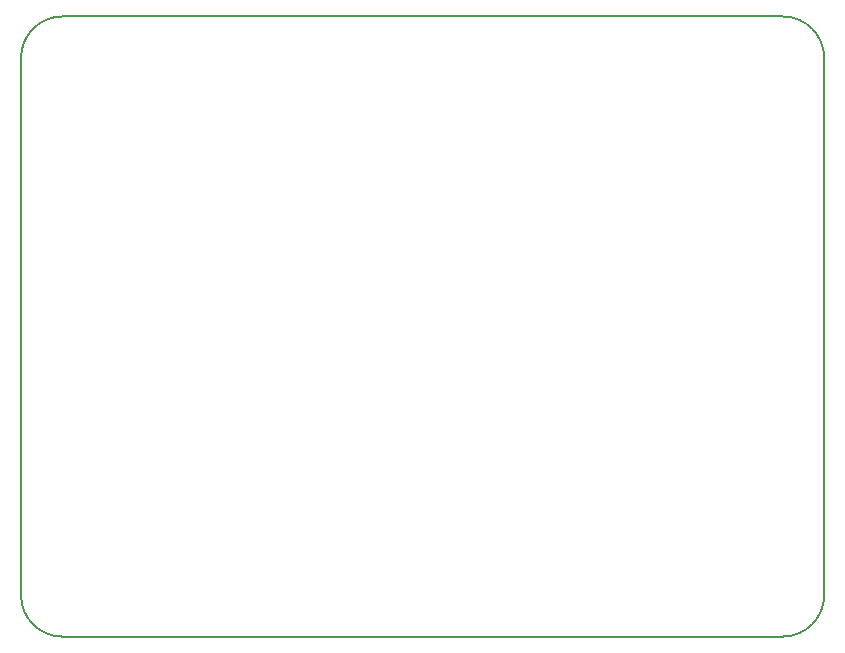
<source format=gm1>
G04 #@! TF.GenerationSoftware,KiCad,Pcbnew,(5.0.0)*
G04 #@! TF.CreationDate,2020-06-15T03:47:07+09:00*
G04 #@! TF.ProjectId,WioTerminal_TangNano,57696F5465726D696E616C5F54616E67,rev?*
G04 #@! TF.SameCoordinates,Original*
G04 #@! TF.FileFunction,Profile,NP*
%FSLAX46Y46*%
G04 Gerber Fmt 4.6, Leading zero omitted, Abs format (unit mm)*
G04 Created by KiCad (PCBNEW (5.0.0)) date 06/15/20 03:47:07*
%MOMM*%
%LPD*%
G01*
G04 APERTURE LIST*
%ADD10C,0.150000*%
G04 APERTURE END LIST*
D10*
X3500000Y52500000D02*
X64500000Y52500000D01*
X68000000Y49000000D02*
G75*
G03X64500000Y52500000I-3500000J0D01*
G01*
X68000000Y3500000D02*
X68000000Y49000000D01*
X3500000Y52500000D02*
G75*
G03X0Y49000000I0J-3500000D01*
G01*
X68000000Y3500000D02*
G75*
G02X64500000Y0I-3500000J0D01*
G01*
X3500000Y0D02*
G75*
G02X0Y3500000I0J3500000D01*
G01*
X0Y3500000D02*
X0Y49000000D01*
X3500000Y0D02*
X64500000Y0D01*
M02*

</source>
